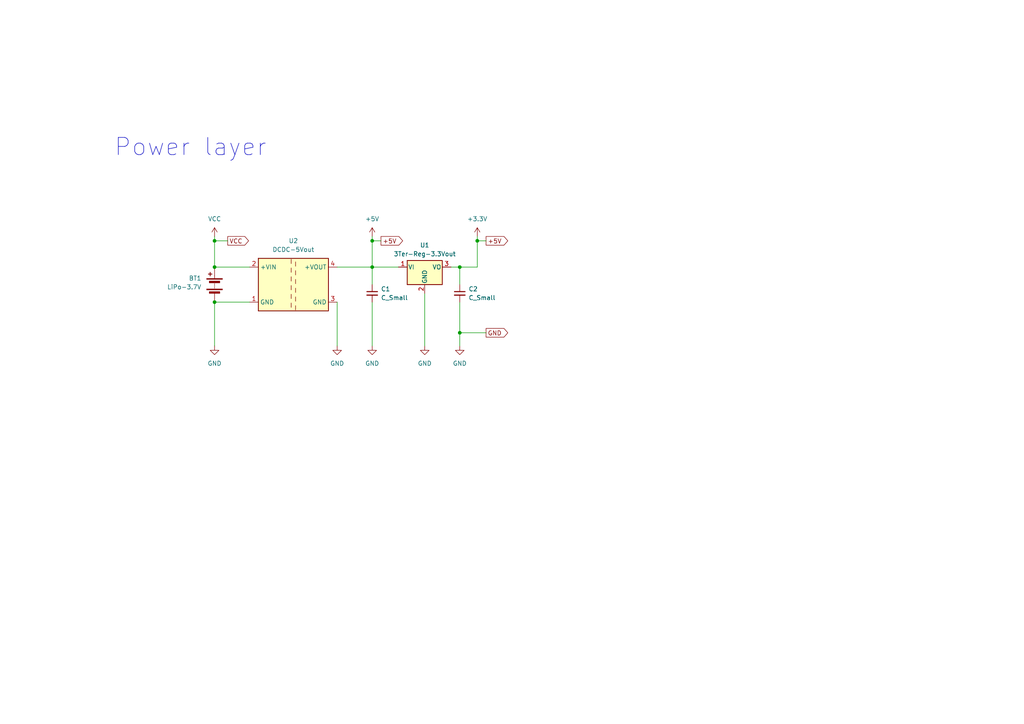
<source format=kicad_sch>
(kicad_sch (version 20230121) (generator eeschema)

  (uuid dbe36e56-9f4c-4f28-a2d1-40a29b84da84)

  (paper "A4")

  (lib_symbols
    (symbol "01-FwhitESat-Local_Library:3Ter-Reg-3.3Vout" (pin_names (offset 0.254)) (in_bom yes) (on_board yes)
      (property "Reference" "U" (at -3.81 3.175 0)
        (effects (font (size 1.27 1.27)))
      )
      (property "Value" "3Ter-Reg-3.3Vout" (at 0 3.175 0)
        (effects (font (size 1.27 1.27)) (justify left))
      )
      (property "Footprint" "Package_TO_SOT_THT:TO-220-3_Vertical" (at 0 5.715 0)
        (effects (font (size 1.27 1.27) italic) hide)
      )
      (property "Datasheet" "https://www.onsemi.cn/PowerSolutions/document/MC7800-D.PDF" (at 0 -1.27 0)
        (effects (font (size 1.27 1.27)) hide)
      )
      (property "ki_keywords" "Voltage Regulator 1A Positive" (at 0 0 0)
        (effects (font (size 1.27 1.27)) hide)
      )
      (property "ki_description" "Positive 1A 35V Linear Regulator, Fixed Output 24V, TO-220" (at 0 0 0)
        (effects (font (size 1.27 1.27)) hide)
      )
      (property "ki_fp_filters" "TO?220*" (at 0 0 0)
        (effects (font (size 1.27 1.27)) hide)
      )
      (symbol "3Ter-Reg-3.3Vout_0_1"
        (rectangle (start -5.08 1.905) (end 5.08 -5.08)
          (stroke (width 0.254) (type default))
          (fill (type background))
        )
      )
      (symbol "3Ter-Reg-3.3Vout_1_1"
        (pin power_in line (at -7.62 0 0) (length 2.54)
          (name "VI" (effects (font (size 1.27 1.27))))
          (number "1" (effects (font (size 1.27 1.27))))
        )
        (pin power_in line (at 0 -7.62 90) (length 2.54)
          (name "GND" (effects (font (size 1.27 1.27))))
          (number "2" (effects (font (size 1.27 1.27))))
        )
        (pin power_out line (at 7.62 0 180) (length 2.54)
          (name "VO" (effects (font (size 1.27 1.27))))
          (number "3" (effects (font (size 1.27 1.27))))
        )
      )
    )
    (symbol "01-FwhitESat-Local_Library:Battery" (pin_numbers hide) (pin_names (offset 0) hide) (in_bom yes) (on_board yes)
      (property "Reference" "BT" (at 2.54 2.54 0)
        (effects (font (size 1.27 1.27)) (justify left))
      )
      (property "Value" "Battery" (at 2.54 0 0)
        (effects (font (size 1.27 1.27)) (justify left))
      )
      (property "Footprint" "" (at 0 1.524 90)
        (effects (font (size 1.27 1.27)) hide)
      )
      (property "Datasheet" "~" (at 0 1.524 90)
        (effects (font (size 1.27 1.27)) hide)
      )
      (property "ki_keywords" "batt voltage-source cell" (at 0 0 0)
        (effects (font (size 1.27 1.27)) hide)
      )
      (property "ki_description" "Multiple-cell battery" (at 0 0 0)
        (effects (font (size 1.27 1.27)) hide)
      )
      (symbol "Battery_0_1"
        (rectangle (start -2.286 -1.27) (end 2.286 -1.524)
          (stroke (width 0) (type default))
          (fill (type outline))
        )
        (rectangle (start -2.286 1.778) (end 2.286 1.524)
          (stroke (width 0) (type default))
          (fill (type outline))
        )
        (rectangle (start -1.524 -2.032) (end 1.524 -2.54)
          (stroke (width 0) (type default))
          (fill (type outline))
        )
        (rectangle (start -1.524 1.016) (end 1.524 0.508)
          (stroke (width 0) (type default))
          (fill (type outline))
        )
        (polyline
          (pts
            (xy 0 -1.016)
            (xy 0 -0.762)
          )
          (stroke (width 0) (type default))
          (fill (type none))
        )
        (polyline
          (pts
            (xy 0 -0.508)
            (xy 0 -0.254)
          )
          (stroke (width 0) (type default))
          (fill (type none))
        )
        (polyline
          (pts
            (xy 0 0)
            (xy 0 0.254)
          )
          (stroke (width 0) (type default))
          (fill (type none))
        )
        (polyline
          (pts
            (xy 0 1.778)
            (xy 0 2.54)
          )
          (stroke (width 0) (type default))
          (fill (type none))
        )
        (polyline
          (pts
            (xy 0.762 3.048)
            (xy 1.778 3.048)
          )
          (stroke (width 0.254) (type default))
          (fill (type none))
        )
        (polyline
          (pts
            (xy 1.27 3.556)
            (xy 1.27 2.54)
          )
          (stroke (width 0.254) (type default))
          (fill (type none))
        )
      )
      (symbol "Battery_1_1"
        (pin passive line (at 0 5.08 270) (length 2.54)
          (name "+" (effects (font (size 1.27 1.27))))
          (number "1" (effects (font (size 1.27 1.27))))
        )
        (pin passive line (at 0 -5.08 90) (length 2.54)
          (name "-" (effects (font (size 1.27 1.27))))
          (number "2" (effects (font (size 1.27 1.27))))
        )
      )
    )
    (symbol "01-FwhitESat-Local_Library:DCDC-5Vout" (in_bom yes) (on_board yes)
      (property "Reference" "U" (at -8.89 8.89 0)
        (effects (font (size 1.27 1.27)))
      )
      (property "Value" "DCDC-5Vout" (at 2.54 8.89 0)
        (effects (font (size 1.27 1.27)))
      )
      (property "Footprint" "Converter_DCDC:Converter_DCDC_Murata_CRE1xxxxxx3C_THT" (at 0 -10.16 0)
        (effects (font (size 1.27 1.27)) hide)
      )
      (property "Datasheet" "http://power.murata.com/datasheet?/data/power/ncl/kdc_cre1.pdf" (at 0 -12.7 0)
        (effects (font (size 1.27 1.27)) hide)
      )
      (property "ki_keywords" "Murata isolated isolation dc-dc converter transformer" (at 0 0 0)
        (effects (font (size 1.27 1.27)) hide)
      )
      (property "ki_description" "3.3V to 5V 200mA, Isolated 2W Single-Output DC-DC Converter Modules with 3kV isolation, SIP-4" (at 0 0 0)
        (effects (font (size 1.27 1.27)) hide)
      )
      (property "ki_fp_filters" "Converter*DCDC*Murata*CRE1xxxxxx3C*" (at 0 0 0)
        (effects (font (size 1.27 1.27)) hide)
      )
      (symbol "DCDC-5Vout_0_1"
        (rectangle (start -10.16 7.62) (end 10.16 -7.62)
          (stroke (width 0.254) (type default))
          (fill (type background))
        )
        (polyline
          (pts
            (xy -0.635 -5.334)
            (xy -0.635 -6.604)
          )
          (stroke (width 0) (type default))
          (fill (type none))
        )
        (polyline
          (pts
            (xy -0.635 -2.794)
            (xy -0.635 -4.064)
          )
          (stroke (width 0) (type default))
          (fill (type none))
        )
        (polyline
          (pts
            (xy -0.635 -0.254)
            (xy -0.635 -1.524)
          )
          (stroke (width 0) (type default))
          (fill (type none))
        )
        (polyline
          (pts
            (xy -0.635 2.286)
            (xy -0.635 1.016)
          )
          (stroke (width 0) (type default))
          (fill (type none))
        )
        (polyline
          (pts
            (xy -0.635 4.826)
            (xy -0.635 3.556)
          )
          (stroke (width 0) (type default))
          (fill (type none))
        )
        (polyline
          (pts
            (xy -0.635 7.366)
            (xy -0.635 6.096)
          )
          (stroke (width 0) (type default))
          (fill (type none))
        )
        (polyline
          (pts
            (xy 0.635 -7.366)
            (xy 0.635 -6.096)
          )
          (stroke (width 0) (type default))
          (fill (type none))
        )
        (polyline
          (pts
            (xy 0.635 -4.826)
            (xy 0.635 -3.556)
          )
          (stroke (width 0) (type default))
          (fill (type none))
        )
        (polyline
          (pts
            (xy 0.635 -2.286)
            (xy 0.635 -1.016)
          )
          (stroke (width 0) (type default))
          (fill (type none))
        )
        (polyline
          (pts
            (xy 0.635 0.254)
            (xy 0.635 1.524)
          )
          (stroke (width 0) (type default))
          (fill (type none))
        )
        (polyline
          (pts
            (xy 0.635 2.794)
            (xy 0.635 4.064)
          )
          (stroke (width 0) (type default))
          (fill (type none))
        )
        (polyline
          (pts
            (xy 0.635 5.334)
            (xy 0.635 6.604)
          )
          (stroke (width 0) (type default))
          (fill (type none))
        )
      )
      (symbol "DCDC-5Vout_1_1"
        (pin bidirectional line (at -12.7 -5.08 0) (length 2.54)
          (name "GND" (effects (font (size 1.27 1.27))))
          (number "1" (effects (font (size 1.27 1.27))))
        )
        (pin power_in line (at -12.7 5.08 0) (length 2.54)
          (name "+VIN" (effects (font (size 1.27 1.27))))
          (number "2" (effects (font (size 1.27 1.27))))
        )
        (pin bidirectional line (at 12.7 -5.08 180) (length 2.54)
          (name "GND" (effects (font (size 1.27 1.27))))
          (number "3" (effects (font (size 1.27 1.27))))
        )
        (pin power_out line (at 12.7 5.08 180) (length 2.54)
          (name "+VOUT" (effects (font (size 1.27 1.27))))
          (number "4" (effects (font (size 1.27 1.27))))
        )
      )
    )
    (symbol "Device:C_Small" (pin_numbers hide) (pin_names (offset 0.254) hide) (in_bom yes) (on_board yes)
      (property "Reference" "C" (at 0.254 1.778 0)
        (effects (font (size 1.27 1.27)) (justify left))
      )
      (property "Value" "C_Small" (at 0.254 -2.032 0)
        (effects (font (size 1.27 1.27)) (justify left))
      )
      (property "Footprint" "" (at 0 0 0)
        (effects (font (size 1.27 1.27)) hide)
      )
      (property "Datasheet" "~" (at 0 0 0)
        (effects (font (size 1.27 1.27)) hide)
      )
      (property "ki_keywords" "capacitor cap" (at 0 0 0)
        (effects (font (size 1.27 1.27)) hide)
      )
      (property "ki_description" "Unpolarized capacitor, small symbol" (at 0 0 0)
        (effects (font (size 1.27 1.27)) hide)
      )
      (property "ki_fp_filters" "C_*" (at 0 0 0)
        (effects (font (size 1.27 1.27)) hide)
      )
      (symbol "C_Small_0_1"
        (polyline
          (pts
            (xy -1.524 -0.508)
            (xy 1.524 -0.508)
          )
          (stroke (width 0.3302) (type default))
          (fill (type none))
        )
        (polyline
          (pts
            (xy -1.524 0.508)
            (xy 1.524 0.508)
          )
          (stroke (width 0.3048) (type default))
          (fill (type none))
        )
      )
      (symbol "C_Small_1_1"
        (pin passive line (at 0 2.54 270) (length 2.032)
          (name "~" (effects (font (size 1.27 1.27))))
          (number "1" (effects (font (size 1.27 1.27))))
        )
        (pin passive line (at 0 -2.54 90) (length 2.032)
          (name "~" (effects (font (size 1.27 1.27))))
          (number "2" (effects (font (size 1.27 1.27))))
        )
      )
    )
    (symbol "SparkFun-PowerSymbol:VCC" (power) (pin_names (offset 0)) (in_bom yes) (on_board yes)
      (property "Reference" "#PWR" (at 0 -3.81 0)
        (effects (font (size 1.27 1.27)) hide)
      )
      (property "Value" "VCC" (at 0 3.81 0)
        (effects (font (size 1.27 1.27)))
      )
      (property "Footprint" "" (at 0 0 0)
        (effects (font (size 1.27 1.27)) hide)
      )
      (property "Datasheet" "" (at 0 0 0)
        (effects (font (size 1.27 1.27)) hide)
      )
      (property "ki_keywords" "global power" (at 0 0 0)
        (effects (font (size 1.27 1.27)) hide)
      )
      (property "ki_description" "Power symbol creates a global label with name \"VCC\"" (at 0 0 0)
        (effects (font (size 1.27 1.27)) hide)
      )
      (symbol "VCC_0_1"
        (polyline
          (pts
            (xy -0.762 1.27)
            (xy 0 2.54)
          )
          (stroke (width 0) (type default))
          (fill (type none))
        )
        (polyline
          (pts
            (xy 0 0)
            (xy 0 2.54)
          )
          (stroke (width 0) (type default))
          (fill (type none))
        )
        (polyline
          (pts
            (xy 0 2.54)
            (xy 0.762 1.27)
          )
          (stroke (width 0) (type default))
          (fill (type none))
        )
      )
      (symbol "VCC_1_1"
        (pin power_in line (at 0 0 90) (length 0) hide
          (name "VCC" (effects (font (size 1.27 1.27))))
          (number "1" (effects (font (size 1.27 1.27))))
        )
      )
    )
    (symbol "power:+3.3V" (power) (pin_names (offset 0)) (in_bom yes) (on_board yes)
      (property "Reference" "#PWR" (at 0 -3.81 0)
        (effects (font (size 1.27 1.27)) hide)
      )
      (property "Value" "+3.3V" (at 0 3.556 0)
        (effects (font (size 1.27 1.27)))
      )
      (property "Footprint" "" (at 0 0 0)
        (effects (font (size 1.27 1.27)) hide)
      )
      (property "Datasheet" "" (at 0 0 0)
        (effects (font (size 1.27 1.27)) hide)
      )
      (property "ki_keywords" "global power" (at 0 0 0)
        (effects (font (size 1.27 1.27)) hide)
      )
      (property "ki_description" "Power symbol creates a global label with name \"+3.3V\"" (at 0 0 0)
        (effects (font (size 1.27 1.27)) hide)
      )
      (symbol "+3.3V_0_1"
        (polyline
          (pts
            (xy -0.762 1.27)
            (xy 0 2.54)
          )
          (stroke (width 0) (type default))
          (fill (type none))
        )
        (polyline
          (pts
            (xy 0 0)
            (xy 0 2.54)
          )
          (stroke (width 0) (type default))
          (fill (type none))
        )
        (polyline
          (pts
            (xy 0 2.54)
            (xy 0.762 1.27)
          )
          (stroke (width 0) (type default))
          (fill (type none))
        )
      )
      (symbol "+3.3V_1_1"
        (pin power_in line (at 0 0 90) (length 0) hide
          (name "+3.3V" (effects (font (size 1.27 1.27))))
          (number "1" (effects (font (size 1.27 1.27))))
        )
      )
    )
    (symbol "power:+5V" (power) (pin_names (offset 0)) (in_bom yes) (on_board yes)
      (property "Reference" "#PWR" (at 0 -3.81 0)
        (effects (font (size 1.27 1.27)) hide)
      )
      (property "Value" "+5V" (at 0 3.556 0)
        (effects (font (size 1.27 1.27)))
      )
      (property "Footprint" "" (at 0 0 0)
        (effects (font (size 1.27 1.27)) hide)
      )
      (property "Datasheet" "" (at 0 0 0)
        (effects (font (size 1.27 1.27)) hide)
      )
      (property "ki_keywords" "global power" (at 0 0 0)
        (effects (font (size 1.27 1.27)) hide)
      )
      (property "ki_description" "Power symbol creates a global label with name \"+5V\"" (at 0 0 0)
        (effects (font (size 1.27 1.27)) hide)
      )
      (symbol "+5V_0_1"
        (polyline
          (pts
            (xy -0.762 1.27)
            (xy 0 2.54)
          )
          (stroke (width 0) (type default))
          (fill (type none))
        )
        (polyline
          (pts
            (xy 0 0)
            (xy 0 2.54)
          )
          (stroke (width 0) (type default))
          (fill (type none))
        )
        (polyline
          (pts
            (xy 0 2.54)
            (xy 0.762 1.27)
          )
          (stroke (width 0) (type default))
          (fill (type none))
        )
      )
      (symbol "+5V_1_1"
        (pin power_in line (at 0 0 90) (length 0) hide
          (name "+5V" (effects (font (size 1.27 1.27))))
          (number "1" (effects (font (size 1.27 1.27))))
        )
      )
    )
    (symbol "power:GND" (power) (pin_names (offset 0)) (in_bom yes) (on_board yes)
      (property "Reference" "#PWR" (at 0 -6.35 0)
        (effects (font (size 1.27 1.27)) hide)
      )
      (property "Value" "GND" (at 0 -3.81 0)
        (effects (font (size 1.27 1.27)))
      )
      (property "Footprint" "" (at 0 0 0)
        (effects (font (size 1.27 1.27)) hide)
      )
      (property "Datasheet" "" (at 0 0 0)
        (effects (font (size 1.27 1.27)) hide)
      )
      (property "ki_keywords" "global power" (at 0 0 0)
        (effects (font (size 1.27 1.27)) hide)
      )
      (property "ki_description" "Power symbol creates a global label with name \"GND\" , ground" (at 0 0 0)
        (effects (font (size 1.27 1.27)) hide)
      )
      (symbol "GND_0_1"
        (polyline
          (pts
            (xy 0 0)
            (xy 0 -1.27)
            (xy 1.27 -1.27)
            (xy 0 -2.54)
            (xy -1.27 -1.27)
            (xy 0 -1.27)
          )
          (stroke (width 0) (type default))
          (fill (type none))
        )
      )
      (symbol "GND_1_1"
        (pin power_in line (at 0 0 270) (length 0) hide
          (name "GND" (effects (font (size 1.27 1.27))))
          (number "1" (effects (font (size 1.27 1.27))))
        )
      )
    )
  )

  (junction (at 138.43 69.85) (diameter 0) (color 0 0 0 0)
    (uuid 14f32143-1f53-4607-9749-d7104d3880d9)
  )
  (junction (at 107.95 77.47) (diameter 0) (color 0 0 0 0)
    (uuid 369d96bc-b39c-4b60-8bc3-6c185d195126)
  )
  (junction (at 62.23 87.63) (diameter 0) (color 0 0 0 0)
    (uuid 572ce6ef-ee63-4322-ac75-d3d4473aa648)
  )
  (junction (at 107.95 69.85) (diameter 0) (color 0 0 0 0)
    (uuid 603b516d-b1ef-4db8-8ee4-169667ebb58e)
  )
  (junction (at 133.35 96.52) (diameter 0) (color 0 0 0 0)
    (uuid 7597696c-ec82-4c35-b5e8-934e4edf5667)
  )
  (junction (at 62.23 77.47) (diameter 0) (color 0 0 0 0)
    (uuid afa30e2e-3bbb-42bc-a0ab-fcff2c9814fc)
  )
  (junction (at 62.23 69.85) (diameter 0) (color 0 0 0 0)
    (uuid f25d78e1-5e54-4f9c-a7bf-701104c1d7de)
  )
  (junction (at 133.35 77.47) (diameter 0) (color 0 0 0 0)
    (uuid fd712c37-6e3d-4f0f-ad87-7df38e5d1a78)
  )

  (wire (pts (xy 62.23 68.58) (xy 62.23 69.85))
    (stroke (width 0) (type default))
    (uuid 040aaa8e-815c-40b6-b3b2-a2b0f908fdf6)
  )
  (wire (pts (xy 107.95 69.85) (xy 107.95 77.47))
    (stroke (width 0) (type default))
    (uuid 1746011d-e063-4314-82e3-21c04a224ad2)
  )
  (wire (pts (xy 133.35 87.63) (xy 133.35 96.52))
    (stroke (width 0) (type default))
    (uuid 2ac70782-6e85-4940-bf45-4eb9123884f1)
  )
  (wire (pts (xy 97.79 87.63) (xy 97.79 100.33))
    (stroke (width 0) (type default))
    (uuid 2e0cd8e8-5926-48b5-84e9-7d8291755cd6)
  )
  (wire (pts (xy 62.23 77.47) (xy 72.39 77.47))
    (stroke (width 0) (type default))
    (uuid 3caf66ad-eabf-4c1a-82e2-01508ea747e2)
  )
  (wire (pts (xy 130.81 77.47) (xy 133.35 77.47))
    (stroke (width 0) (type default))
    (uuid 41ba7b95-8220-4ab7-aead-bd81a1cc1c26)
  )
  (wire (pts (xy 133.35 77.47) (xy 138.43 77.47))
    (stroke (width 0) (type default))
    (uuid 46067880-f548-465c-8c02-cd73fe571082)
  )
  (wire (pts (xy 133.35 96.52) (xy 140.97 96.52))
    (stroke (width 0) (type default))
    (uuid 4fff5f26-5ab0-4bf4-870f-25f55e2c01ba)
  )
  (wire (pts (xy 62.23 87.63) (xy 72.39 87.63))
    (stroke (width 0) (type default))
    (uuid 592af10a-f8f4-44f3-a8df-f14b1e0baf3a)
  )
  (wire (pts (xy 133.35 77.47) (xy 133.35 82.55))
    (stroke (width 0) (type default))
    (uuid 5ae4671a-a77e-40d3-bc3e-9c162da3cd8e)
  )
  (wire (pts (xy 97.79 77.47) (xy 107.95 77.47))
    (stroke (width 0) (type default))
    (uuid 64ba6038-70ff-41fe-af14-ac797d1822fc)
  )
  (wire (pts (xy 107.95 87.63) (xy 107.95 100.33))
    (stroke (width 0) (type default))
    (uuid 7fbe6c9e-8011-4c04-a888-a970aba3f262)
  )
  (wire (pts (xy 107.95 77.47) (xy 115.57 77.47))
    (stroke (width 0) (type default))
    (uuid 82cf8e66-f3cb-44c7-b8a8-9b5564a5837d)
  )
  (wire (pts (xy 138.43 69.85) (xy 138.43 68.58))
    (stroke (width 0) (type default))
    (uuid 941a0f57-4ebd-4a3a-93de-8c170a515e68)
  )
  (wire (pts (xy 138.43 69.85) (xy 140.97 69.85))
    (stroke (width 0) (type default))
    (uuid 99d2a522-bdd0-435c-a6a7-b3ef508e9b36)
  )
  (wire (pts (xy 107.95 77.47) (xy 107.95 82.55))
    (stroke (width 0) (type default))
    (uuid 9bb274a9-8c8a-488b-b0ab-d9e023146af1)
  )
  (wire (pts (xy 107.95 69.85) (xy 110.49 69.85))
    (stroke (width 0) (type default))
    (uuid a2da517a-5aa5-41f4-b362-2a856ee3b13e)
  )
  (wire (pts (xy 62.23 69.85) (xy 62.23 77.47))
    (stroke (width 0) (type default))
    (uuid bf5d3363-d3b0-481f-bc16-541b1fb25360)
  )
  (wire (pts (xy 62.23 69.85) (xy 66.04 69.85))
    (stroke (width 0) (type default))
    (uuid c17e45cf-cc92-4bca-9cbe-10c9c9010dde)
  )
  (wire (pts (xy 107.95 68.58) (xy 107.95 69.85))
    (stroke (width 0) (type default))
    (uuid d8bb4c51-7f62-4e5d-9b2e-5b481d42a69e)
  )
  (wire (pts (xy 138.43 77.47) (xy 138.43 69.85))
    (stroke (width 0) (type default))
    (uuid de8061f9-ad53-471e-94c9-6ee6f4ec68b3)
  )
  (wire (pts (xy 133.35 96.52) (xy 133.35 100.33))
    (stroke (width 0) (type default))
    (uuid e62991bc-7d10-4a0b-bd4b-2449f1e082d2)
  )
  (wire (pts (xy 62.23 87.63) (xy 62.23 100.33))
    (stroke (width 0) (type default))
    (uuid f092a799-0a0c-43be-bd8c-5af2bb5f261b)
  )
  (wire (pts (xy 123.19 85.09) (xy 123.19 100.33))
    (stroke (width 0) (type default))
    (uuid feb34a30-5f23-4568-9403-109fe6acfdde)
  )

  (text "Power layer" (at 33.02 45.72 0)
    (effects (font (size 5 5)) (justify left bottom))
    (uuid 1ee3d5d9-3282-4e56-a81b-ee27f3239f01)
  )

  (global_label "VCC" (shape output) (at 66.04 69.85 0) (fields_autoplaced)
    (effects (font (size 1.27 1.27)) (justify left))
    (uuid 7526512b-edd7-432c-bad3-af9ada1f8b06)
    (property "Intersheetrefs" "${INTERSHEET_REFS}" (at 72.6538 69.85 0)
      (effects (font (size 1.27 1.27)) (justify left) hide)
    )
  )
  (global_label "+5V" (shape output) (at 110.49 69.85 0) (fields_autoplaced)
    (effects (font (size 1.27 1.27)) (justify left))
    (uuid 8434f9a8-3a97-4706-92f6-215d22c24e8f)
    (property "Intersheetrefs" "${INTERSHEET_REFS}" (at 117.3457 69.85 0)
      (effects (font (size 1.27 1.27)) (justify left) hide)
    )
  )
  (global_label "+5V" (shape output) (at 140.97 69.85 0) (fields_autoplaced)
    (effects (font (size 1.27 1.27)) (justify left))
    (uuid df1a205d-444c-4d3b-ae64-cebcc6c98354)
    (property "Intersheetrefs" "${INTERSHEET_REFS}" (at 147.8257 69.85 0)
      (effects (font (size 1.27 1.27)) (justify left) hide)
    )
  )
  (global_label "GND" (shape output) (at 140.97 96.52 0) (fields_autoplaced)
    (effects (font (size 1.27 1.27)) (justify left))
    (uuid fc302d29-dc76-4670-a48a-65f222326780)
    (property "Intersheetrefs" "${INTERSHEET_REFS}" (at 147.8257 96.52 0)
      (effects (font (size 1.27 1.27)) (justify left) hide)
    )
  )

  (symbol (lib_id "01-FwhitESat-Local_Library:DCDC-5Vout") (at 85.09 82.55 0) (unit 1)
    (in_bom yes) (on_board yes) (dnp no) (fields_autoplaced)
    (uuid 291ca1b7-a169-4ca6-81ab-44dc178a9d7e)
    (property "Reference" "U2" (at 85.09 69.85 0)
      (effects (font (size 1.27 1.27)))
    )
    (property "Value" "DCDC-5Vout" (at 85.09 72.39 0)
      (effects (font (size 1.27 1.27)))
    )
    (property "Footprint" "Converter_DCDC:Converter_DCDC_Murata_CRE1xxxxxx3C_THT" (at 85.09 92.71 0)
      (effects (font (size 1.27 1.27)) hide)
    )
    (property "Datasheet" "http://power.murata.com/datasheet?/data/power/ncl/kdc_cre1.pdf" (at 85.09 95.25 0)
      (effects (font (size 1.27 1.27)) hide)
    )
    (pin "1" (uuid 1462d8c5-9a4b-40d1-848a-fa5906d2b6ea))
    (pin "3" (uuid 48ed6045-245f-48d4-97ae-aee6edee4a27))
    (pin "2" (uuid 520588e1-a96f-47ac-95f2-9858c3be962a))
    (pin "4" (uuid a0c929b4-95d6-4806-9ad4-8306a4524af0))
    (instances
      (project "FwhitESat-PCB"
        (path "/78ea2883-2db0-4d81-80e1-b63c1c2056ac"
          (reference "U2") (unit 1)
        )
        (path "/78ea2883-2db0-4d81-80e1-b63c1c2056ac/56957d94-f740-47f0-918d-81f554d7e663"
          (reference "U4") (unit 1)
        )
      )
    )
  )

  (symbol (lib_id "power:GND") (at 107.95 100.33 0) (unit 1)
    (in_bom yes) (on_board yes) (dnp no) (fields_autoplaced)
    (uuid 33808831-0818-454c-990a-2fb7ca74d289)
    (property "Reference" "#PWR06" (at 107.95 106.68 0)
      (effects (font (size 1.27 1.27)) hide)
    )
    (property "Value" "GND" (at 107.95 105.41 0)
      (effects (font (size 1.27 1.27)))
    )
    (property "Footprint" "" (at 107.95 100.33 0)
      (effects (font (size 1.27 1.27)) hide)
    )
    (property "Datasheet" "" (at 107.95 100.33 0)
      (effects (font (size 1.27 1.27)) hide)
    )
    (pin "1" (uuid 709f2338-c230-4ec8-ac4a-684866aa95ca))
    (instances
      (project "FwhitESat-PCB"
        (path "/78ea2883-2db0-4d81-80e1-b63c1c2056ac"
          (reference "#PWR06") (unit 1)
        )
        (path "/78ea2883-2db0-4d81-80e1-b63c1c2056ac/56957d94-f740-47f0-918d-81f554d7e663"
          (reference "#PWR013") (unit 1)
        )
      )
    )
  )

  (symbol (lib_id "power:GND") (at 123.19 100.33 0) (unit 1)
    (in_bom yes) (on_board yes) (dnp no) (fields_autoplaced)
    (uuid 3c32d60c-1c75-493a-9772-bf6866d051c2)
    (property "Reference" "#PWR03" (at 123.19 106.68 0)
      (effects (font (size 1.27 1.27)) hide)
    )
    (property "Value" "GND" (at 123.19 105.41 0)
      (effects (font (size 1.27 1.27)))
    )
    (property "Footprint" "" (at 123.19 100.33 0)
      (effects (font (size 1.27 1.27)) hide)
    )
    (property "Datasheet" "" (at 123.19 100.33 0)
      (effects (font (size 1.27 1.27)) hide)
    )
    (pin "1" (uuid 5e5bf133-ee45-4d8f-9948-9fe749d418bd))
    (instances
      (project "FwhitESat-PCB"
        (path "/78ea2883-2db0-4d81-80e1-b63c1c2056ac"
          (reference "#PWR03") (unit 1)
        )
        (path "/78ea2883-2db0-4d81-80e1-b63c1c2056ac/56957d94-f740-47f0-918d-81f554d7e663"
          (reference "#PWR014") (unit 1)
        )
      )
    )
  )

  (symbol (lib_id "power:+5V") (at 107.95 68.58 0) (unit 1)
    (in_bom yes) (on_board yes) (dnp no) (fields_autoplaced)
    (uuid 4a262563-9fc2-4f30-9260-4a00da2a4fa6)
    (property "Reference" "#PWR05" (at 107.95 72.39 0)
      (effects (font (size 1.27 1.27)) hide)
    )
    (property "Value" "+5V" (at 107.95 63.5 0)
      (effects (font (size 1.27 1.27)))
    )
    (property "Footprint" "" (at 107.95 68.58 0)
      (effects (font (size 1.27 1.27)) hide)
    )
    (property "Datasheet" "" (at 107.95 68.58 0)
      (effects (font (size 1.27 1.27)) hide)
    )
    (pin "1" (uuid 26a884fd-62aa-46c4-a736-2927257c44d2))
    (instances
      (project "FwhitESat-PCB"
        (path "/78ea2883-2db0-4d81-80e1-b63c1c2056ac"
          (reference "#PWR05") (unit 1)
        )
        (path "/78ea2883-2db0-4d81-80e1-b63c1c2056ac/56957d94-f740-47f0-918d-81f554d7e663"
          (reference "#PWR012") (unit 1)
        )
      )
    )
  )

  (symbol (lib_id "Device:C_Small") (at 107.95 85.09 0) (unit 1)
    (in_bom yes) (on_board yes) (dnp no) (fields_autoplaced)
    (uuid 6177bef0-dfd6-4c6e-b877-12ffc4b413d6)
    (property "Reference" "C1" (at 110.49 83.8263 0)
      (effects (font (size 1.27 1.27)) (justify left))
    )
    (property "Value" "C_Small" (at 110.49 86.3663 0)
      (effects (font (size 1.27 1.27)) (justify left))
    )
    (property "Footprint" "" (at 107.95 85.09 0)
      (effects (font (size 1.27 1.27)) hide)
    )
    (property "Datasheet" "~" (at 107.95 85.09 0)
      (effects (font (size 1.27 1.27)) hide)
    )
    (pin "2" (uuid 6249739e-bc59-437d-a2ce-8154549e5a6f))
    (pin "1" (uuid f083ed02-2985-42a2-baf0-3c639dddef4c))
    (instances
      (project "FwhitESat-PCB"
        (path "/78ea2883-2db0-4d81-80e1-b63c1c2056ac"
          (reference "C1") (unit 1)
        )
        (path "/78ea2883-2db0-4d81-80e1-b63c1c2056ac/56957d94-f740-47f0-918d-81f554d7e663"
          (reference "C3") (unit 1)
        )
      )
    )
  )

  (symbol (lib_id "power:+3.3V") (at 138.43 68.58 0) (unit 1)
    (in_bom yes) (on_board yes) (dnp no) (fields_autoplaced)
    (uuid 6f162927-c24a-4917-bf34-01a91ee9989c)
    (property "Reference" "#PWR07" (at 138.43 72.39 0)
      (effects (font (size 1.27 1.27)) hide)
    )
    (property "Value" "+3.3V" (at 138.43 63.5 0)
      (effects (font (size 1.27 1.27)))
    )
    (property "Footprint" "" (at 138.43 68.58 0)
      (effects (font (size 1.27 1.27)) hide)
    )
    (property "Datasheet" "" (at 138.43 68.58 0)
      (effects (font (size 1.27 1.27)) hide)
    )
    (pin "1" (uuid 87e33bd1-2efd-4bad-822f-e1187e176320))
    (instances
      (project "FwhitESat-PCB"
        (path "/78ea2883-2db0-4d81-80e1-b63c1c2056ac"
          (reference "#PWR07") (unit 1)
        )
        (path "/78ea2883-2db0-4d81-80e1-b63c1c2056ac/56957d94-f740-47f0-918d-81f554d7e663"
          (reference "#PWR016") (unit 1)
        )
      )
    )
  )

  (symbol (lib_id "power:GND") (at 97.79 100.33 0) (unit 1)
    (in_bom yes) (on_board yes) (dnp no) (fields_autoplaced)
    (uuid 77f447c4-cf0a-495d-b5c0-b8ca65ffc683)
    (property "Reference" "#PWR04" (at 97.79 106.68 0)
      (effects (font (size 1.27 1.27)) hide)
    )
    (property "Value" "GND" (at 97.79 105.41 0)
      (effects (font (size 1.27 1.27)))
    )
    (property "Footprint" "" (at 97.79 100.33 0)
      (effects (font (size 1.27 1.27)) hide)
    )
    (property "Datasheet" "" (at 97.79 100.33 0)
      (effects (font (size 1.27 1.27)) hide)
    )
    (pin "1" (uuid d944159f-fa07-40cb-92de-f93aaaade77a))
    (instances
      (project "FwhitESat-PCB"
        (path "/78ea2883-2db0-4d81-80e1-b63c1c2056ac"
          (reference "#PWR04") (unit 1)
        )
        (path "/78ea2883-2db0-4d81-80e1-b63c1c2056ac/56957d94-f740-47f0-918d-81f554d7e663"
          (reference "#PWR011") (unit 1)
        )
      )
    )
  )

  (symbol (lib_id "power:GND") (at 62.23 100.33 0) (unit 1)
    (in_bom yes) (on_board yes) (dnp no) (fields_autoplaced)
    (uuid 8b3db3e1-145d-464f-aa53-5ebd8e52e66a)
    (property "Reference" "#PWR02" (at 62.23 106.68 0)
      (effects (font (size 1.27 1.27)) hide)
    )
    (property "Value" "GND" (at 62.23 105.41 0)
      (effects (font (size 1.27 1.27)))
    )
    (property "Footprint" "" (at 62.23 100.33 0)
      (effects (font (size 1.27 1.27)) hide)
    )
    (property "Datasheet" "" (at 62.23 100.33 0)
      (effects (font (size 1.27 1.27)) hide)
    )
    (pin "1" (uuid a6fc61e9-dc4a-4cbb-af97-92afbc4bbce3))
    (instances
      (project "FwhitESat-PCB"
        (path "/78ea2883-2db0-4d81-80e1-b63c1c2056ac"
          (reference "#PWR02") (unit 1)
        )
        (path "/78ea2883-2db0-4d81-80e1-b63c1c2056ac/56957d94-f740-47f0-918d-81f554d7e663"
          (reference "#PWR010") (unit 1)
        )
      )
    )
  )

  (symbol (lib_id "power:GND") (at 133.35 100.33 0) (unit 1)
    (in_bom yes) (on_board yes) (dnp no) (fields_autoplaced)
    (uuid 9997f7fe-7a6f-4fcc-bf9f-3a45d954d442)
    (property "Reference" "#PWR08" (at 133.35 106.68 0)
      (effects (font (size 1.27 1.27)) hide)
    )
    (property "Value" "GND" (at 133.35 105.41 0)
      (effects (font (size 1.27 1.27)))
    )
    (property "Footprint" "" (at 133.35 100.33 0)
      (effects (font (size 1.27 1.27)) hide)
    )
    (property "Datasheet" "" (at 133.35 100.33 0)
      (effects (font (size 1.27 1.27)) hide)
    )
    (pin "1" (uuid a0d3dab4-c677-4867-879c-af3b1fd084d2))
    (instances
      (project "FwhitESat-PCB"
        (path "/78ea2883-2db0-4d81-80e1-b63c1c2056ac"
          (reference "#PWR08") (unit 1)
        )
        (path "/78ea2883-2db0-4d81-80e1-b63c1c2056ac/56957d94-f740-47f0-918d-81f554d7e663"
          (reference "#PWR015") (unit 1)
        )
      )
    )
  )

  (symbol (lib_id "01-FwhitESat-Local_Library:3Ter-Reg-3.3Vout") (at 123.19 77.47 0) (unit 1)
    (in_bom yes) (on_board yes) (dnp no) (fields_autoplaced)
    (uuid 9cab5bf8-2c2f-4c52-8282-ab2bd690a82c)
    (property "Reference" "U1" (at 123.19 71.12 0)
      (effects (font (size 1.27 1.27)))
    )
    (property "Value" "3Ter-Reg-3.3Vout" (at 123.19 73.66 0)
      (effects (font (size 1.27 1.27)))
    )
    (property "Footprint" "Package_TO_SOT_THT:TO-220-3_Vertical" (at 123.19 71.755 0)
      (effects (font (size 1.27 1.27) italic) hide)
    )
    (property "Datasheet" "https://www.onsemi.cn/PowerSolutions/document/MC7800-D.PDF" (at 123.19 78.74 0)
      (effects (font (size 1.27 1.27)) hide)
    )
    (pin "1" (uuid 5a6cfe04-e75a-409a-8448-e37d002183ee))
    (pin "3" (uuid 6095e721-8321-4562-90bf-ee2b15b81276))
    (pin "2" (uuid 78424fc5-7df4-4556-abba-434d7ad4ef06))
    (instances
      (project "FwhitESat-PCB"
        (path "/78ea2883-2db0-4d81-80e1-b63c1c2056ac"
          (reference "U1") (unit 1)
        )
        (path "/78ea2883-2db0-4d81-80e1-b63c1c2056ac/56957d94-f740-47f0-918d-81f554d7e663"
          (reference "U5") (unit 1)
        )
      )
    )
  )

  (symbol (lib_id "SparkFun-PowerSymbol:VCC") (at 62.23 68.58 0) (unit 1)
    (in_bom yes) (on_board yes) (dnp no) (fields_autoplaced)
    (uuid ba33e417-2ff1-4e16-a760-4d07bd76c872)
    (property "Reference" "#PWR01" (at 62.23 72.39 0)
      (effects (font (size 1.27 1.27)) hide)
    )
    (property "Value" "VCC" (at 62.23 63.5 0)
      (effects (font (size 1.27 1.27)))
    )
    (property "Footprint" "" (at 62.23 68.58 0)
      (effects (font (size 1.27 1.27)) hide)
    )
    (property "Datasheet" "" (at 62.23 68.58 0)
      (effects (font (size 1.27 1.27)) hide)
    )
    (pin "1" (uuid 3171cc9b-ea12-4b8a-af30-9e2d95934a97))
    (instances
      (project "FwhitESat-PCB"
        (path "/78ea2883-2db0-4d81-80e1-b63c1c2056ac"
          (reference "#PWR01") (unit 1)
        )
        (path "/78ea2883-2db0-4d81-80e1-b63c1c2056ac/56957d94-f740-47f0-918d-81f554d7e663"
          (reference "#PWR09") (unit 1)
        )
      )
    )
  )

  (symbol (lib_id "01-FwhitESat-Local_Library:Battery") (at 62.23 82.55 0) (mirror y) (unit 1)
    (in_bom yes) (on_board yes) (dnp no)
    (uuid bea007b8-6ddb-49ba-a5f0-050799bb8ad2)
    (property "Reference" "BT1" (at 58.42 80.7085 0)
      (effects (font (size 1.27 1.27)) (justify left))
    )
    (property "Value" "LiPo-3.7V" (at 58.42 83.2485 0)
      (effects (font (size 1.27 1.27)) (justify left))
    )
    (property "Footprint" "" (at 62.23 81.026 90)
      (effects (font (size 1.27 1.27)) hide)
    )
    (property "Datasheet" "~" (at 62.23 81.026 90)
      (effects (font (size 1.27 1.27)) hide)
    )
    (pin "2" (uuid 77380f84-60f1-470b-b70b-75ffae71c78b))
    (pin "1" (uuid 90ad05f4-f832-43b1-b55a-ea4b8f9895fd))
    (instances
      (project "FwhitESat-PCB"
        (path "/78ea2883-2db0-4d81-80e1-b63c1c2056ac"
          (reference "BT1") (unit 1)
        )
        (path "/78ea2883-2db0-4d81-80e1-b63c1c2056ac/56957d94-f740-47f0-918d-81f554d7e663"
          (reference "BT2") (unit 1)
        )
      )
    )
  )

  (symbol (lib_id "Device:C_Small") (at 133.35 85.09 0) (unit 1)
    (in_bom yes) (on_board yes) (dnp no) (fields_autoplaced)
    (uuid d200d555-6e4d-4406-adef-894222d0947b)
    (property "Reference" "C2" (at 135.89 83.8263 0)
      (effects (font (size 1.27 1.27)) (justify left))
    )
    (property "Value" "C_Small" (at 135.89 86.3663 0)
      (effects (font (size 1.27 1.27)) (justify left))
    )
    (property "Footprint" "" (at 133.35 85.09 0)
      (effects (font (size 1.27 1.27)) hide)
    )
    (property "Datasheet" "~" (at 133.35 85.09 0)
      (effects (font (size 1.27 1.27)) hide)
    )
    (pin "2" (uuid ef0bdfb9-d239-4f12-a0b2-ea49b71da838))
    (pin "1" (uuid 382d738a-12aa-4d13-adad-f86610e2d0c3))
    (instances
      (project "FwhitESat-PCB"
        (path "/78ea2883-2db0-4d81-80e1-b63c1c2056ac"
          (reference "C2") (unit 1)
        )
        (path "/78ea2883-2db0-4d81-80e1-b63c1c2056ac/56957d94-f740-47f0-918d-81f554d7e663"
          (reference "C4") (unit 1)
        )
      )
    )
  )
)

</source>
